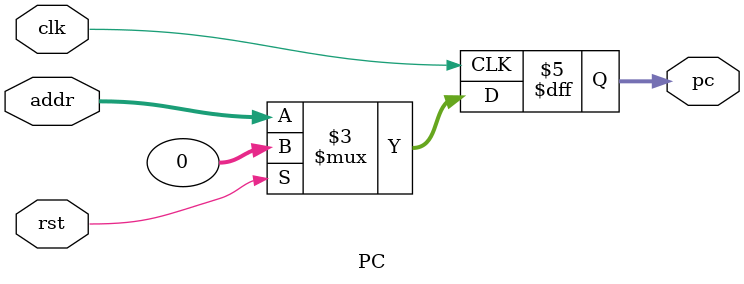
<source format=v>


module PC (
	input clk,
	input rst,
	input [31:0] addr,
	output reg [31:0] pc
	);

always @(posedge clk)
begin
	if (rst)
		pc <= 32'h00000000;
	else
		pc <= addr;
end

endmodule
</source>
